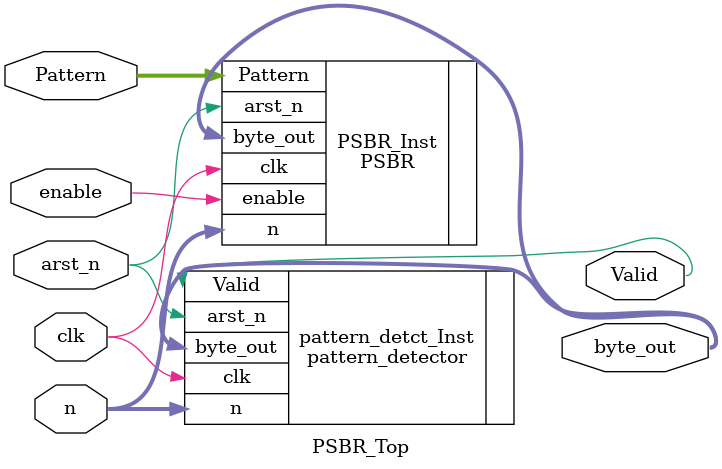
<source format=v>
module PSBR_Top #(parameter patt_width = 8, patt_num = 4 ,REPEAT_TIMES = 5)
	(
	input wire 		                             arst_n,
	input wire 		                                clk,
	input wire 		                             enable,
	input wire  [REPEAT_TIMES-1:0]                    n,
	input wire  [((patt_width << patt_num)/4)-1 :0]   Pattern,
	output wire                                    Valid,
	output wire  [patt_width-1:0]   	    	   byte_out
);   

  

////////////////////////////////////////////////////////
/////////////////// PSBR Instantation //////////////////
////////////////////////////////////////////////////////

PSBR  PSBR_Inst(.clk(clk),.arst_n(arst_n),.enable(enable),.n(n),.Pattern(Pattern),.byte_out(byte_out));

////////////////////////////////////////////////////////
///////////////////pattern_detector  Instantation///////
////////////////////////////////////////////////////////

pattern_detector pattern_detct_Inst(.clk(clk),.arst_n(arst_n),.byte_out(byte_out),.Valid(Valid),.n(n) );

endmodule 
</source>
